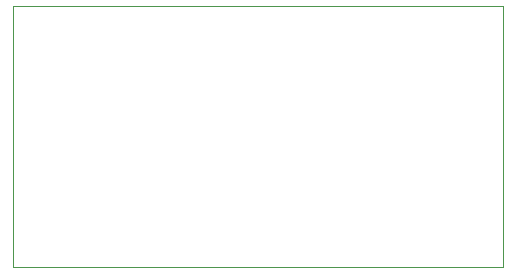
<source format=gbr>
%TF.GenerationSoftware,KiCad,Pcbnew,8.0.3*%
%TF.CreationDate,2024-08-14T19:55:25+03:00*%
%TF.ProjectId,limit_switch,6c696d69-745f-4737-9769-7463682e6b69,rev?*%
%TF.SameCoordinates,PX6ce2448PY49658d0*%
%TF.FileFunction,Profile,NP*%
%FSLAX46Y46*%
G04 Gerber Fmt 4.6, Leading zero omitted, Abs format (unit mm)*
G04 Created by KiCad (PCBNEW 8.0.3) date 2024-08-14 19:55:25*
%MOMM*%
%LPD*%
G01*
G04 APERTURE LIST*
%TA.AperFunction,Profile*%
%ADD10C,0.050000*%
%TD*%
G04 APERTURE END LIST*
D10*
X0Y0D02*
X41529000Y0D01*
X41529000Y-22098000D01*
X0Y-22098000D01*
X0Y0D01*
M02*

</source>
